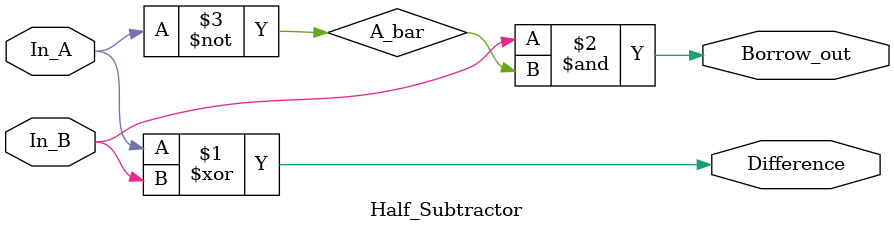
<source format=v>
`timescale 1ns / 1ps

module Half_Subtractor(
    In_A, In_B, Difference, Borrow_out
    );
    input In_A, In_B;
    output Difference, Borrow_out;
    wire A_bar;
    
    // implement half subtractor circuit, your code starts from here.
    // hint: gate(output, input1, input2);
    xor( Difference, In_A, In_B);
    not( A_bar, In_A);
    and( Borrow_out, In_B, A_bar);

endmodule

</source>
